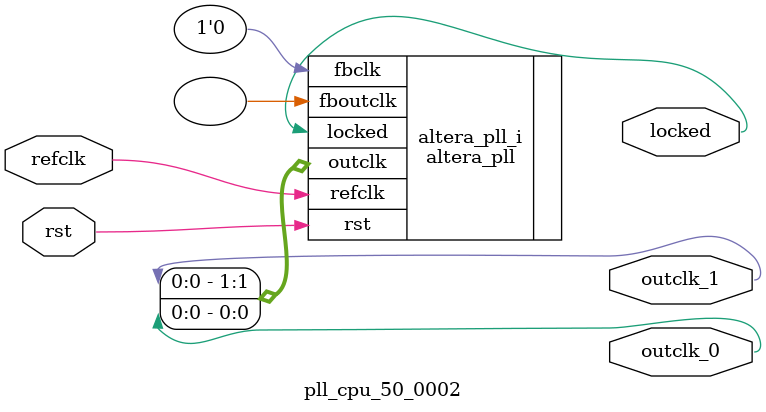
<source format=v>
`timescale 1ns/10ps
module  pll_cpu_50_0002(

	// interface 'refclk'
	input wire refclk,

	// interface 'reset'
	input wire rst,

	// interface 'outclk0'
	output wire outclk_0,

	// interface 'outclk1'
	output wire outclk_1,

	// interface 'locked'
	output wire locked
);

	altera_pll #(
		.fractional_vco_multiplier("false"),
		.reference_clock_frequency("50.0 MHz"),
		.operation_mode("direct"),
		.number_of_clocks(2),
		.output_clock_frequency0("50.000000 MHz"),
		.phase_shift0("227 ps"),
		.duty_cycle0(40),
		.output_clock_frequency1("50.000000 MHz"),
		.phase_shift1("0 ps"),
		.duty_cycle1(40),
		.output_clock_frequency2("0 MHz"),
		.phase_shift2("0 ps"),
		.duty_cycle2(50),
		.output_clock_frequency3("0 MHz"),
		.phase_shift3("0 ps"),
		.duty_cycle3(50),
		.output_clock_frequency4("0 MHz"),
		.phase_shift4("0 ps"),
		.duty_cycle4(50),
		.output_clock_frequency5("0 MHz"),
		.phase_shift5("0 ps"),
		.duty_cycle5(50),
		.output_clock_frequency6("0 MHz"),
		.phase_shift6("0 ps"),
		.duty_cycle6(50),
		.output_clock_frequency7("0 MHz"),
		.phase_shift7("0 ps"),
		.duty_cycle7(50),
		.output_clock_frequency8("0 MHz"),
		.phase_shift8("0 ps"),
		.duty_cycle8(50),
		.output_clock_frequency9("0 MHz"),
		.phase_shift9("0 ps"),
		.duty_cycle9(50),
		.output_clock_frequency10("0 MHz"),
		.phase_shift10("0 ps"),
		.duty_cycle10(50),
		.output_clock_frequency11("0 MHz"),
		.phase_shift11("0 ps"),
		.duty_cycle11(50),
		.output_clock_frequency12("0 MHz"),
		.phase_shift12("0 ps"),
		.duty_cycle12(50),
		.output_clock_frequency13("0 MHz"),
		.phase_shift13("0 ps"),
		.duty_cycle13(50),
		.output_clock_frequency14("0 MHz"),
		.phase_shift14("0 ps"),
		.duty_cycle14(50),
		.output_clock_frequency15("0 MHz"),
		.phase_shift15("0 ps"),
		.duty_cycle15(50),
		.output_clock_frequency16("0 MHz"),
		.phase_shift16("0 ps"),
		.duty_cycle16(50),
		.output_clock_frequency17("0 MHz"),
		.phase_shift17("0 ps"),
		.duty_cycle17(50),
		.pll_type("General"),
		.pll_subtype("General")
	) altera_pll_i (
		.rst	(rst),
		.outclk	({outclk_1, outclk_0}),
		.locked	(locked),
		.fboutclk	( ),
		.fbclk	(1'b0),
		.refclk	(refclk)
	);
endmodule


</source>
